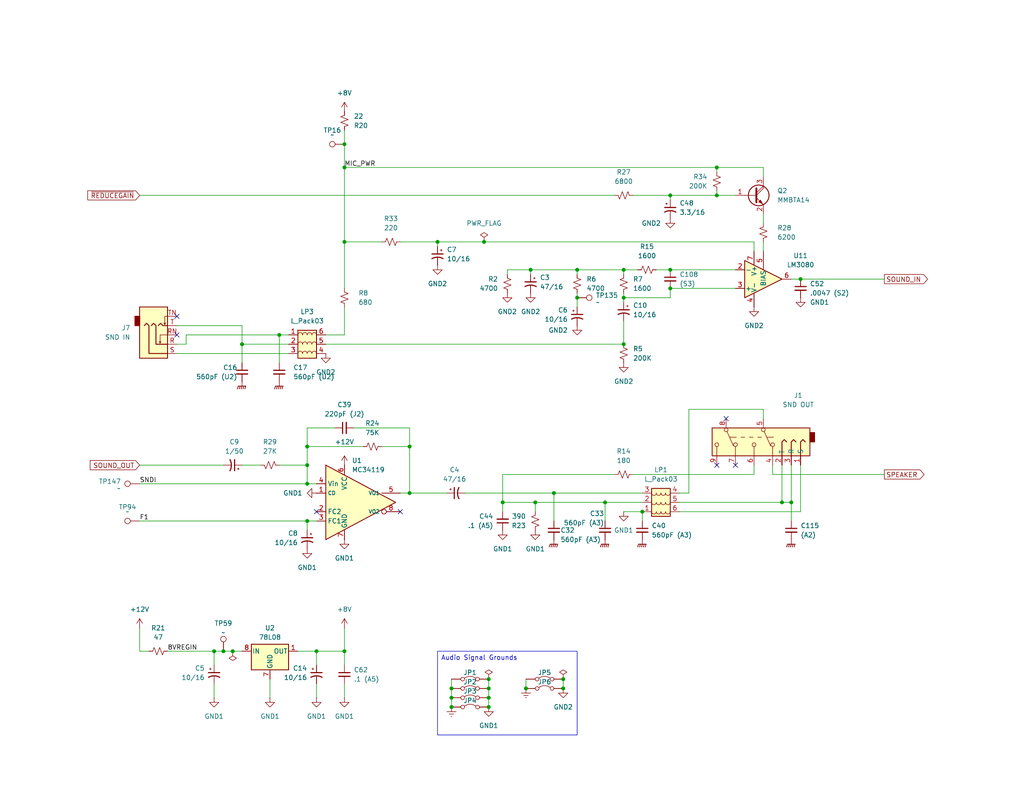
<source format=kicad_sch>
(kicad_sch (version 20250114) (generator "eeschema") (generator_version "9.0")
  (paper "USLetter")
  (title_block (title "Macintosh Classic II") (date "2025-05-29") (company "Apple Computer") (comment 1 "drawn by Bradley Bell"))
  (lib_symbols
    (symbol "Amplifier_Operational:CA3080" (pin_names (offset 0.127))
      (property "Reference" "U" (at 1.27 3.81 0))
      (property "Value" "CA3080" (at 1.27 -3.81 0))
      (symbol "CA3080_0_1"
        (polyline (pts (xy 5.08 0) (xy -5.08 -5.08) (xy -5.08 5.08) (xy 5.08 0)) (stroke (width 0.254)) (fill (type background)))
      )
      (symbol "CA3080_1_1"
        (pin input line (at -7.62 2.54 0) (length 2.54) (name "-") (number "2"))
        (pin input line (at -7.62 -2.54 0) (length 2.54) (name "+") (number "3"))
        (pin power_in line (at -2.54 7.62 270) (length 3.81) (name "V+") (number "7"))
        (pin no_connect line (at -2.54 2.54 270) (length 2.54) (hide yes) (name "NC") (number "1"))
        (pin power_in line (at -2.54 -7.62 90) (length 3.81) (name "V-") (number "4"))
        (pin passive line (at 0 7.62 270) (length 5.08) (name "BIAS") (number "5"))
        (pin no_connect line (at 0 2.54 270) (length 2.54) (hide yes) (name "NC") (number "8"))
        (pin output line (at 7.62 0 180) (length 2.54) (name "~") (number "6"))
      )
    )
    (symbol "Connector:TestPoint" (pin_numbers (hide yes)) (pin_names (offset 0.762) (hide yes))
      (property "Reference" "TP" (at 0 6.858 0))
      (property "Value" "TestPoint" (at 0 5.08 0))
      (symbol "TestPoint_0_1"
        (circle (center 0 3.302) (radius 0.762))
      )
      (symbol "TestPoint_1_1"
        (pin passive line (at 0 0 90) (length 2.54) (name "1") (number "1"))
      )
    )
    (symbol "Connector_Audio:AudioJack3_SwitchTR"
      (property "Reference" "J" (at 0 8.89 0))
      (property "Value" "AudioJack3_SwitchTR" (at 0 6.35 0))
      (symbol "AudioJack3_SwitchTR_0_1"
        (rectangle (start -5.08 -5.08) (end -6.35 -7.62) (stroke (width 0.254)) (fill (type outline)))
        (polyline (pts (xy -1.905 -5.08) (xy -1.27 -5.715) (xy -0.635 -5.08) (xy -0.635 0) (xy 2.54 0)) (stroke (width 0.254)))
        (polyline (pts (xy 0 -5.08) (xy 0.635 -5.715) (xy 1.27 -5.08) (xy 2.54 -5.08)) (stroke (width 0.254)))
        (polyline (pts (xy 0.508 -0.254) (xy 0.762 -0.762)))
        (polyline (pts (xy 1.778 -5.334) (xy 2.032 -5.842)))
        (rectangle (start 2.54 3.81) (end -5.08 -10.16) (stroke (width 0.254)) (fill (type background)))
        (polyline (pts (xy 2.54 2.54) (xy -2.54 2.54) (xy -2.54 -5.08) (xy -3.175 -5.715) (xy -3.81 -5.08)) (stroke (width 0.254)))
        (polyline (pts (xy 2.54 -2.54) (xy 0.508 -2.54) (xy 0.508 -0.254) (xy 0.254 -0.762)))
        (polyline (pts (xy 2.54 -7.62) (xy 1.778 -7.62) (xy 1.778 -5.334) (xy 1.524 -5.842)))
      )
      (symbol "AudioJack3_SwitchTR_1_1"
        (pin passive line (at 5.08 2.54 180) (length 2.54) (name "~") (number "S"))
        (pin passive line (at 5.08 0 180) (length 2.54) (name "~") (number "R"))
        (pin passive line (at 5.08 -2.54 180) (length 2.54) (name "~") (number "RN"))
        (pin passive line (at 5.08 -5.08 180) (length 2.54) (name "~") (number "T"))
        (pin passive line (at 5.08 -7.62 180) (length 2.54) (name "~") (number "TN"))
      )
    )
    (symbol "Device:C_Polarized_Small_US" (pin_numbers (hide yes)) (pin_names (offset 0.254) (hide yes))
      (property "Reference" "C" (at 0.254 1.778 0))
      (property "Value" "C_Polarized_Small_US" (at 0.254 -2.032 0))
      (symbol "C_Polarized_Small_US_0_1"
        (polyline (pts (xy -1.524 0.508) (xy 1.524 0.508)) (stroke (width 0.3048)))
        (polyline (pts (xy -1.27 1.524) (xy -0.762 1.524)))
        (polyline (pts (xy -1.016 1.27) (xy -1.016 1.778)))
        (arc (start -1.524 -0.762) (mid 0 -0.3734) (end 1.524 -0.762) (stroke (width 0.3048)))
      )
      (symbol "C_Polarized_Small_US_1_1"
        (pin passive line (at 0 2.54 270) (length 2.032) (name "~") (number "1"))
        (pin passive line (at 0 -2.54 90) (length 2.032) (name "~") (number "2"))
      )
    )
    (symbol "Device:C_Small" (pin_numbers (hide yes)) (pin_names (offset 0.254) (hide yes))
      (property "Reference" "C" (at 0.254 1.778 0))
      (property "Value" "C_Small" (at 0.254 -2.032 0))
      (symbol "C_Small_0_1"
        (polyline (pts (xy -1.524 0.508) (xy 1.524 0.508)) (stroke (width 0.3048)))
        (polyline (pts (xy -1.524 -0.508) (xy 1.524 -0.508)) (stroke (width 0.3302)))
      )
      (symbol "C_Small_1_1"
        (pin passive line (at 0 2.54 270) (length 2.032) (name "~") (number "1"))
        (pin passive line (at 0 -2.54 90) (length 2.032) (name "~") (number "2"))
      )
    )
    (symbol "Device:R_Small_US" (pin_numbers (hide yes)) (pin_names (offset 0.254) (hide yes))
      (property "Reference" "R" (at 0.762 0.508 0))
      (property "Value" "R_Small_US" (at 0.762 -1.016 0))
      (symbol "R_Small_US_1_1"
        (polyline (pts (xy 0 1.524) (xy 1.016 1.143) (xy 0 0.762) (xy -1.016 0.381) (xy 0 0)))
        (polyline (pts (xy 0 0) (xy 1.016 -0.381) (xy 0 -0.762) (xy -1.016 -1.143) (xy 0 -1.524)))
        (pin passive line (at 0 2.54 270) (length 1.016) (name "~") (number "1"))
        (pin passive line (at 0 -2.54 90) (length 1.016) (name "~") (number "2"))
      )
    )
    (symbol "Jumper:Jumper_2_Bridged" (pin_numbers (hide yes)) (pin_names (offset 0) (hide yes)) (exclude_from_sim yes)
      (property "Reference" "JP" (at 0 1.905 0))
      (property "Value" "Jumper_2_Bridged" (at 0 -2.54 0))
      (symbol "Jumper_2_Bridged_0_0"
        (circle (center -2.032 0) (radius 0.508))
        (circle (center 2.032 0) (radius 0.508))
      )
      (symbol "Jumper_2_Bridged_0_1"
        (arc (start -1.524 0.254) (mid 0 0.762) (end 1.524 0.254))
      )
      (symbol "Jumper_2_Bridged_1_1"
        (pin passive line (at -5.08 0 0) (length 2.54) (name "A") (number "1"))
        (pin passive line (at 5.08 0 180) (length 2.54) (name "B") (number "2"))
      )
    )
    (symbol "MyConnector:AudioJack3_with_DPDT"
      (property "Reference" "J" (at 0 8.89 0))
      (property "Value" "AudioJack3_with_DPDT" (at 0 6.35 0))
      (symbol "AudioJack3_with_DPDT_0_0"
        (circle (center 7.62 2.032) (radius 0.508))
        (circle (center 10.16 -2.032) (radius 0.508))
        (circle (center 17.78 2.032) (radius 0.508))
        (circle (center 20.32 -2.032) (radius 0.508))
      )
      (symbol "AudioJack3_with_DPDT_0_1"
        (rectangle (start -5.08 2.54) (end 21.59 -5.08) (stroke (width 0.254)) (fill (type background)))
        (rectangle (start -5.08 1.27) (end -6.35 -1.27) (stroke (width 0.254)) (fill (type outline)))
        (polyline (pts (xy -2.54 -7.62) (xy -2.54 -1.27) (xy -3.175 -0.635) (xy -3.81 -1.27)) (stroke (width 0.254)))
        (polyline (pts (xy 0 -7.62) (xy 0 -1.27) (xy -0.635 -0.635) (xy -1.27 -1.27)) (stroke (width 0.254)))
        (polyline (pts (xy 2.54 -7.62) (xy 2.54 -1.27) (xy 1.905 -0.635) (xy 1.27 -1.27)) (stroke (width 0.254)))
        (polyline (pts (xy 4.826 0) (xy 6.604 0)))
        (circle (center 5.08 -2.032) (radius 0.508))
        (polyline (pts (xy 5.08 -5.08) (xy 5.08 -2.54)))
        (polyline (pts (xy 7.366 1.524) (xy 5.6388 -2.3368)))
        (polyline (pts (xy 9.144 0) (xy 8.128 0)))
        (polyline (pts (xy 10.16 -5.08) (xy 10.16 -2.54)))
        (polyline (pts (xy 11.43 0) (xy 10.414 0)))
        (polyline (pts (xy 13.716 0) (xy 12.7 0)))
        (polyline (pts (xy 14.986 0) (xy 16.764 0)))
        (circle (center 15.24 -2.032) (radius 0.508))
        (polyline (pts (xy 15.24 -5.08) (xy 15.24 -2.54)))
        (polyline (pts (xy 17.526 1.524) (xy 15.7988 -2.3368)))
        (polyline (pts (xy 20.32 -5.08) (xy 20.32 -2.54)))
      )
      (symbol "AudioJack3_with_DPDT_1_1"
        (pin passive line (at -2.54 -7.62 90) (length 2.54) (name "S") (number "1"))
        (pin passive line (at 0 -7.62 90) (length 2.54) (name "R") (number "3"))
        (pin passive line (at 2.54 -7.62 90) (length 2.54) (name "T") (number "2"))
        (pin passive line (at 5.08 -7.62 90) (length 2.54) (name "~") (number "4"))
        (pin passive line (at 7.62 5.08 270) (length 2.54) (name "~") (number "5"))
        (pin passive line (at 10.16 -7.62 90) (length 2.54) (name "~") (number "6"))
        (pin passive line (at 15.24 -7.62 90) (length 2.54) (name "~") (number "7"))
        (pin passive line (at 17.78 5.08 270) (length 2.54) (name "~") (number "8"))
        (pin passive line (at 20.32 -7.62 90) (length 2.54) (name "~") (number "9"))
      )
    )
    (symbol "MyDevice:MC34119"
      (property "Reference" "U" (at -7.62 12.7 0))
      (property "Value" "MC34119" (at 5.08 12.7 0))
      (symbol "MC34119_0_1"
        (polyline (pts (xy -7.62 10.16) (xy -7.62 -10.16) (xy 11.43 0) (xy -7.62 10.16)) (stroke (width 0.254)) (fill (type background)))
      )
      (symbol "MC34119_1_1"
        (pin input line (at -10.16 5.08 0) (length 2.54) (name "Vin") (number "4"))
        (pin input line (at -10.16 2.54 0) (length 2.54) (name "CD") (number "1"))
        (pin passive line (at -10.16 -2.54 0) (length 2.54) (name "FC2") (number "2"))
        (pin input line (at -10.16 -5.08 0) (length 2.54) (name "FC1") (number "3"))
        (pin power_in line (at -2.54 10.16 270) (length 2.54) (name "VCC") (number "6"))
        (pin power_in line (at -2.54 -10.16 90) (length 2.54) (name "GND") (number "7"))
        (pin output line (at 12.7 2.54 180) (length 5.08) (name "VO1") (number "5"))
        (pin output inverted (at 12.7 -2.54 180) (length 5.08) (name "VO2") (number "8"))
      )
    )
    (symbol "MyPassives:L_Pack03"
      (property "Reference" "LN" (at -7.62 0 90))
      (property "Value" "L_Pack03" (at 5.08 0 90))
      (symbol "L_Pack03_0_1"
        (rectangle (start -6.35 2.54) (end 1.27 -2.54) (stroke (width 0.254)) (fill (type background)))
      )
      (symbol "L_Pack03_1_1"
        (arc (start -5.08 1.27) (mid -5.7123 1.905) (end -5.08 2.54))
        (arc (start -5.08 0) (mid -5.7123 0.635) (end -5.08 1.27))
        (arc (start -5.08 -1.27) (mid -5.7123 -0.635) (end -5.08 0))
        (arc (start -5.08 -2.54) (mid -5.7123 -1.905) (end -5.08 -1.27))
        (arc (start -2.54 1.27) (mid -3.1723 1.905) (end -2.54 2.54))
        (arc (start -2.54 0) (mid -3.1723 0.635) (end -2.54 1.27))
        (arc (start -2.54 -1.27) (mid -3.1723 -0.635) (end -2.54 0))
        (arc (start -2.54 -2.54) (mid -3.1723 -1.905) (end -2.54 -1.27))
        (arc (start 0 1.27) (mid -0.6323 1.905) (end 0 2.54))
        (arc (start 0 0) (mid -0.6323 0.635) (end 0 1.27))
        (arc (start 0 -1.27) (mid -0.6323 -0.635) (end 0 0))
        (arc (start 0 -2.54) (mid -0.6323 -1.905) (end 0 -1.27))
        (pin passive line (at -5.08 5.08 270) (length 2.54) (name "~") (number "6"))
        (pin passive line (at -5.08 -5.08 90) (length 2.54) (name "~") (number "1"))
        (pin passive line (at -2.54 5.08 270) (length 2.54) (name "~") (number "5"))
        (pin passive line (at -2.54 -5.08 90) (length 2.54) (name "~") (number "2"))
        (pin passive line (at 0 5.08 270) (length 2.54) (name "~") (number "4"))
        (pin passive line (at 0 -5.08 90) (length 2.54) (name "~") (number "3"))
      )
    )
    (symbol "Regulator_Linear:L78L08_SO8" (pin_names (offset 0.254))
      (property "Reference" "U" (at -3.81 3.175 0))
      (property "Value" "L78L08_SO8" (at 0 3.175 0))
      (symbol "L78L08_SO8_0_1"
        (rectangle (start -5.08 1.905) (end 5.08 -5.08) (stroke (width 0.254)) (fill (type background)))
      )
      (symbol "L78L08_SO8_1_1"
        (pin power_in line (at -7.62 0 0) (length 2.54) (name "IN") (number "8"))
        (pin no_connect line (at -5.08 -2.54 0) (length 2.54) (hide yes) (name "NC") (number "4"))
        (pin passive line (at 0 -7.62 90) (length 2.54) (hide yes) (name "GND") (number "2"))
        (pin passive line (at 0 -7.62 90) (length 2.54) (hide yes) (name "GND") (number "3"))
        (pin passive line (at 0 -7.62 90) (length 2.54) (hide yes) (name "GND") (number "6"))
        (pin power_in line (at 0 -7.62 90) (length 2.54) (name "GND") (number "7"))
        (pin no_connect line (at 5.08 -2.54 180) (length 2.54) (hide yes) (name "NC") (number "5"))
        (pin power_out line (at 7.62 0 180) (length 2.54) (name "OUT") (number "1"))
      )
    )
    (symbol "Transistor_BJT:Q_NPN_Darlington_BEC" (pin_names (offset 0) (hide yes))
      (property "Reference" "Q" (at 4.572 1.27 0))
      (property "Value" "Q_NPN_Darlington_BEC" (at 4.572 -1.27 0))
      (symbol "Q_NPN_Darlington_BEC_0_1"
        (polyline (pts (xy -2.54 0) (xy 0.635 0)))
        (polyline (pts (xy 0.635 1.905) (xy 0.635 -1.905)) (stroke (width 0.508)))
        (polyline (pts (xy 0.635 0) (xy 2.54 1.905) (xy 2.54 2.54)))
        (circle (center 1.27 0) (radius 2.8194) (stroke (width 0.254)))
      )
      (symbol "Q_NPN_Darlington_BEC_1_1"
        (polyline (pts (xy 0.635 0.635) (xy 2.54 2.54)))
        (polyline (pts (xy 0.635 -0.635) (xy 2.54 -2.54)))
        (polyline (pts (xy 1.27 -1.778) (xy 1.778 -1.27) (xy 2.286 -2.286) (xy 1.27 -1.778)) (fill (type outline)))
        (pin input line (at -5.08 0 0) (length 2.54) (name "B") (number "1"))
        (pin passive line (at 2.54 5.08 270) (length 2.54) (name "C") (number "3"))
        (pin passive line (at 2.54 -5.08 90) (length 2.54) (name "E") (number "2"))
      )
    )
    (symbol "power:+12V" (power) (pin_numbers (hide yes)) (pin_names (offset 0) (hide yes))
      (property "Value" "+12V" (at 0 3.556 0))
      (symbol "+12V_0_1"
        (polyline (pts (xy -0.762 1.27) (xy 0 2.54)))
        (polyline (pts (xy 0 2.54) (xy 0.762 1.27)))
        (polyline (pts (xy 0 0) (xy 0 2.54)))
      )
      (symbol "+12V_1_1"
        (pin power_in line (at 0 0 90) (length 0) (name "~") (number "1"))
      )
    )
    (symbol "power:+8V" (power) (pin_numbers (hide yes)) (pin_names (offset 0) (hide yes))
      (property "Value" "+8V" (at 0 3.556 0))
      (symbol "+8V_0_1"
        (polyline (pts (xy -0.762 1.27) (xy 0 2.54)))
        (polyline (pts (xy 0 2.54) (xy 0.762 1.27)))
        (polyline (pts (xy 0 0) (xy 0 2.54)))
      )
      (symbol "+8V_1_1"
        (pin power_in line (at 0 0 90) (length 0) (name "~") (number "1"))
      )
    )
    (symbol "power:GND1" (power) (pin_numbers (hide yes)) (pin_names (offset 0) (hide yes))
      (property "Value" "GND1" (at 0 -3.81 0))
      (symbol "GND1_0_1"
        (polyline (pts (xy 0 0) (xy 0 -1.27) (xy 1.27 -1.27) (xy 0 -2.54) (xy -1.27 -1.27) (xy 0 -1.27)))
      )
      (symbol "GND1_1_1"
        (pin power_in line (at 0 0 270) (length 0) (name "~") (number "1"))
      )
    )
    (symbol "power:GND2" (power) (pin_numbers (hide yes)) (pin_names (offset 0) (hide yes))
      (property "Value" "GND2" (at 0 -3.81 0))
      (symbol "GND2_0_1"
        (polyline (pts (xy 0 0) (xy 0 -1.27) (xy 1.27 -1.27) (xy 0 -2.54) (xy -1.27 -1.27) (xy 0 -1.27)))
      )
      (symbol "GND2_1_1"
        (pin power_in line (at 0 0 270) (length 0) (name "~") (number "1"))
      )
    )
    (symbol "power:GNDPWR" (power) (pin_numbers (hide yes)) (pin_names (offset 0) (hide yes))
      (property "Value" "GNDPWR" (at 0 -3.302 0))
      (symbol "GNDPWR_0_1"
        (polyline (pts (xy -1.016 -1.27) (xy -1.27 -2.032) (xy -1.27 -2.032)) (stroke (width 0.2032)))
        (polyline (pts (xy -0.508 -1.27) (xy -0.762 -2.032) (xy -0.762 -2.032)) (stroke (width 0.2032)))
        (polyline (pts (xy 0 -1.27) (xy 0 0)))
        (polyline (pts (xy 0 -1.27) (xy -0.254 -2.032) (xy -0.254 -2.032)) (stroke (width 0.2032)))
        (polyline (pts (xy 0.508 -1.27) (xy 0.254 -2.032) (xy 0.254 -2.032)) (stroke (width 0.2032)))
        (polyline (pts (xy 1.016 -1.27) (xy -1.016 -1.27) (xy -1.016 -1.27)) (stroke (width 0.2032)))
        (polyline (pts (xy 1.016 -1.27) (xy 0.762 -2.032) (xy 0.762 -2.032) (xy 0.762 -2.032)) (stroke (width 0.2032)))
      )
      (symbol "GNDPWR_1_1"
        (pin power_in line (at 0 0 270) (length 0) (name "~") (number "1"))
      )
    )
    (symbol "power:GNDREF" (power) (pin_numbers (hide yes)) (pin_names (offset 0) (hide yes))
      (property "Value" "GNDREF" (at 0 -3.81 0))
      (symbol "GNDREF_0_1"
        (polyline (pts (xy -0.635 -1.905) (xy 0.635 -1.905)))
        (polyline (pts (xy -0.127 -2.54) (xy 0.127 -2.54)))
        (polyline (pts (xy 0 -1.27) (xy 0 0)))
        (polyline (pts (xy 1.27 -1.27) (xy -1.27 -1.27)))
      )
      (symbol "GNDREF_1_1"
        (pin power_in line (at 0 0 270) (length 0) (name "~") (number "1"))
      )
    )
    (symbol "power:PWR_FLAG" (power) (pin_numbers (hide yes)) (pin_names (offset 0) (hide yes))
      (property "Value" "PWR_FLAG" (at 0 3.81 0))
      (symbol "PWR_FLAG_0_0"
        (pin power_out line (at 0 0 90) (length 0) (name "~") (number "1"))
      )
      (symbol "PWR_FLAG_0_1"
        (polyline (pts (xy 0 0) (xy 0 1.27) (xy -1.016 1.905) (xy 0 2.54) (xy 1.016 1.905) (xy 0 1.27)))
      )
    )
  )
  (text_box "Audio Signal Grounds" (at 119.38 177.8 0) (size 38.1 22.86) (margins 0.9525 0.9525 0.9525 0.9525) (effects (font (size 1.27 1.27)) (justify left top)))
  (junction (at 165.1 137.16))
  (junction (at 143.51 187.96))
  (junction (at 83.82 127))
  (junction (at 86.36 177.8))
  (junction (at 215.9 137.16))
  (junction (at 144.78 73.66))
  (junction (at 93.98 66.04))
  (junction (at 111.76 134.62))
  (junction (at 153.67 187.96))
  (junction (at 111.76 121.92))
  (junction (at 218.44 76.2))
  (junction (at 133.35 190.5))
  (junction (at 195.58 53.34))
  (junction (at 93.98 177.8))
  (junction (at 137.16 137.16))
  (junction (at 58.42 177.8))
  (junction (at 60.96 177.8))
  (junction (at 119.38 66.04))
  (junction (at 83.82 121.92))
  (junction (at 63.5 177.8))
  (junction (at 170.18 81.28))
  (junction (at 83.82 142.24))
  (junction (at 132.08 66.04))
  (junction (at 213.36 137.16))
  (junction (at 175.26 139.7))
  (junction (at 93.98 39.37))
  (junction (at 151.13 134.62))
  (junction (at 157.48 81.28))
  (junction (at 170.18 73.66))
  (junction (at 182.88 78.74))
  (junction (at 123.19 190.5))
  (junction (at 93.98 45.72))
  (junction (at 76.2 91.44))
  (junction (at 182.88 73.66))
  (junction (at 66.04 93.98))
  (junction (at 146.05 137.16))
  (junction (at 133.35 187.96))
  (junction (at 182.88 53.34))
  (junction (at 133.35 185.42))
  (junction (at 195.58 45.72))
  (junction (at 170.18 93.98))
  (junction (at 123.19 187.96))
  (junction (at 157.48 73.66))
  (junction (at 153.67 185.42))
  (junction (at 123.19 193.04))
  (junction (at 133.35 193.04))
  (junction (at 83.82 132.08))
  (no_connect (at 200.66 127))
  (no_connect (at 86.36 139.7))
  (no_connect (at 109.22 139.7))
  (no_connect (at 48.26 91.44))
  (no_connect (at 198.12 114.3))
  (no_connect (at 195.58 127))
  (no_connect (at 48.26 86.36))
  (wire (pts (xy 133.35 190.5) (xy 133.35 187.96)))
  (wire (pts (xy 66.04 93.98) (xy 66.04 88.9)))
  (wire (pts (xy 182.88 81.28) (xy 170.18 81.28)))
  (wire (pts (xy 50.8 93.98) (xy 50.8 91.44)))
  (wire (pts (xy 165.1 137.16) (xy 165.1 142.24)))
  (wire (pts (xy 93.98 177.8) (xy 93.98 181.61)))
  (wire (pts (xy 93.98 66.04) (xy 104.14 66.04)))
  (wire (pts (xy 146.05 139.7) (xy 146.05 137.16)))
  (wire (pts (xy 133.35 187.96) (xy 133.35 185.42)))
  (wire (pts (xy 38.1 127) (xy 60.96 127)))
  (wire (pts (xy 123.19 190.5) (xy 123.19 187.96)))
  (wire (pts (xy 45.72 177.8) (xy 58.42 177.8)))
  (wire (pts (xy 170.18 87.63) (xy 170.18 93.98)))
  (wire (pts (xy 195.58 45.72) (xy 195.58 46.99)))
  (wire (pts (xy 86.36 177.8) (xy 93.98 177.8)))
  (wire (pts (xy 215.9 137.16) (xy 213.36 137.16)))
  (wire (pts (xy 137.16 129.54) (xy 167.64 129.54)))
  (wire (pts (xy 86.36 177.8) (xy 81.28 177.8)))
  (wire (pts (xy 157.48 83.82) (xy 157.48 81.28)))
  (wire (pts (xy 173.99 73.66) (xy 170.18 73.66)))
  (wire (pts (xy 58.42 190.5) (xy 58.42 186.69)))
  (wire (pts (xy 170.18 74.93) (xy 170.18 73.66)))
  (wire (pts (xy 86.36 142.24) (xy 83.82 142.24)))
  (wire (pts (xy 83.82 121.92) (xy 99.06 121.92)))
  (wire (pts (xy 111.76 121.92) (xy 111.76 134.62)))
  (wire (pts (xy 182.88 73.66) (xy 200.66 73.66)))
  (wire (pts (xy 93.98 35.56) (xy 93.98 39.37)))
  (wire (pts (xy 119.38 66.04) (xy 132.08 66.04)))
  (wire (pts (xy 205.74 66.04) (xy 205.74 68.58)))
  (wire (pts (xy 88.9 93.98) (xy 170.18 93.98)))
  (wire (pts (xy 215.9 137.16) (xy 215.9 127)))
  (wire (pts (xy 157.48 73.66) (xy 170.18 73.66)))
  (wire (pts (xy 195.58 52.07) (xy 195.58 53.34)))
  (wire (pts (xy 175.26 137.16) (xy 165.1 137.16)))
  (wire (pts (xy 121.92 134.62) (xy 111.76 134.62)))
  (wire (pts (xy 93.98 39.37) (xy 93.98 45.72)))
  (wire (pts (xy 208.28 66.04) (xy 208.28 68.58)))
  (wire (pts (xy 208.28 48.26) (xy 208.28 45.72)))
  (wire (pts (xy 175.26 142.24) (xy 175.26 139.7)))
  (wire (pts (xy 38.1 132.08) (xy 83.82 132.08)))
  (wire (pts (xy 153.67 187.96) (xy 153.67 185.42)))
  (wire (pts (xy 218.44 139.7) (xy 218.44 127)))
  (wire (pts (xy 93.98 91.44) (xy 88.9 91.44)))
  (wire (pts (xy 93.98 45.72) (xy 195.58 45.72)))
  (wire (pts (xy 137.16 137.16) (xy 146.05 137.16)))
  (wire (pts (xy 143.51 187.96) (xy 143.51 185.42)))
  (wire (pts (xy 78.74 93.98) (xy 66.04 93.98)))
  (wire (pts (xy 48.26 93.98) (xy 50.8 93.98)))
  (wire (pts (xy 205.74 129.54) (xy 205.74 127)))
  (wire (pts (xy 137.16 139.7) (xy 137.16 137.16)))
  (wire (pts (xy 185.42 137.16) (xy 213.36 137.16)))
  (wire (pts (xy 144.78 73.66) (xy 157.48 73.66)))
  (wire (pts (xy 218.44 76.2) (xy 241.3 76.2)))
  (wire (pts (xy 123.19 187.96) (xy 123.19 185.42)))
  (wire (pts (xy 38.1 53.34) (xy 167.64 53.34)))
  (wire (pts (xy 138.43 74.93) (xy 138.43 73.66)))
  (wire (pts (xy 182.88 54.61) (xy 182.88 53.34)))
  (wire (pts (xy 63.5 177.8) (xy 66.04 177.8)))
  (wire (pts (xy 151.13 134.62) (xy 175.26 134.62)))
  (wire (pts (xy 187.96 111.76) (xy 187.96 134.62)))
  (wire (pts (xy 195.58 53.34) (xy 182.88 53.34)))
  (wire (pts (xy 86.36 186.69) (xy 86.36 190.5)))
  (wire (pts (xy 66.04 88.9) (xy 48.26 88.9)))
  (wire (pts (xy 119.38 67.31) (xy 119.38 66.04)))
  (wire (pts (xy 76.2 91.44) (xy 78.74 91.44)))
  (wire (pts (xy 210.82 127) (xy 210.82 129.54)))
  (wire (pts (xy 157.48 81.28) (xy 157.48 80.01)))
  (wire (pts (xy 38.1 177.8) (xy 40.64 177.8)))
  (wire (pts (xy 127 134.62) (xy 151.13 134.62)))
  (wire (pts (xy 215.9 142.24) (xy 215.9 137.16)))
  (wire (pts (xy 157.48 73.66) (xy 157.48 74.93)))
  (wire (pts (xy 187.96 111.76) (xy 208.28 111.76)))
  (wire (pts (xy 83.82 142.24) (xy 83.82 144.78)))
  (wire (pts (xy 208.28 114.3) (xy 208.28 111.76)))
  (wire (pts (xy 132.08 66.04) (xy 205.74 66.04)))
  (wire (pts (xy 210.82 129.54) (xy 241.3 129.54)))
  (wire (pts (xy 123.19 193.04) (xy 123.19 190.5)))
  (wire (pts (xy 93.98 66.04) (xy 93.98 78.74)))
  (wire (pts (xy 170.18 82.55) (xy 170.18 81.28)))
  (wire (pts (xy 83.82 116.84) (xy 83.82 121.92)))
  (wire (pts (xy 185.42 139.7) (xy 218.44 139.7)))
  (wire (pts (xy 213.36 127) (xy 213.36 137.16)))
  (wire (pts (xy 144.78 73.66) (xy 144.78 74.93)))
  (wire (pts (xy 111.76 116.84) (xy 111.76 121.92)))
  (wire (pts (xy 83.82 132.08) (xy 86.36 132.08)))
  (wire (pts (xy 138.43 73.66) (xy 144.78 73.66)))
  (wire (pts (xy 58.42 177.8) (xy 60.96 177.8)))
  (wire (pts (xy 58.42 181.61) (xy 58.42 177.8)))
  (wire (pts (xy 200.66 78.74) (xy 182.88 78.74)))
  (wire (pts (xy 109.22 66.04) (xy 119.38 66.04)))
  (wire (pts (xy 66.04 93.98) (xy 66.04 99.06)))
  (wire (pts (xy 215.9 76.2) (xy 218.44 76.2)))
  (wire (pts (xy 86.36 181.61) (xy 86.36 177.8)))
  (wire (pts (xy 133.35 193.04) (xy 133.35 190.5)))
  (wire (pts (xy 208.28 58.42) (xy 208.28 60.96)))
  (wire (pts (xy 48.26 96.52) (xy 78.74 96.52)))
  (wire (pts (xy 146.05 137.16) (xy 165.1 137.16)))
  (wire (pts (xy 96.52 116.84) (xy 111.76 116.84)))
  (wire (pts (xy 73.66 190.5) (xy 73.66 185.42)))
  (wire (pts (xy 179.07 73.66) (xy 182.88 73.66)))
  (wire (pts (xy 172.72 53.34) (xy 182.88 53.34)))
  (wire (pts (xy 38.1 142.24) (xy 83.82 142.24)))
  (wire (pts (xy 50.8 91.44) (xy 76.2 91.44)))
  (wire (pts (xy 83.82 121.92) (xy 83.82 127)))
  (wire (pts (xy 172.72 129.54) (xy 205.74 129.54)))
  (wire (pts (xy 104.14 121.92) (xy 111.76 121.92)))
  (wire (pts (xy 170.18 81.28) (xy 170.18 80.01)))
  (wire (pts (xy 170.18 139.7) (xy 175.26 139.7)))
  (wire (pts (xy 195.58 45.72) (xy 208.28 45.72)))
  (wire (pts (xy 93.98 186.69) (xy 93.98 190.5)))
  (wire (pts (xy 137.16 129.54) (xy 137.16 137.16)))
  (wire (pts (xy 151.13 134.62) (xy 151.13 142.24)))
  (wire (pts (xy 185.42 134.62) (xy 187.96 134.62)))
  (wire (pts (xy 76.2 127) (xy 83.82 127)))
  (wire (pts (xy 93.98 171.45) (xy 93.98 177.8)))
  (wire (pts (xy 83.82 127) (xy 83.82 132.08)))
  (wire (pts (xy 60.96 177.8) (xy 63.5 177.8)))
  (wire (pts (xy 93.98 66.04) (xy 93.98 45.72)))
  (wire (pts (xy 195.58 53.34) (xy 200.66 53.34)))
  (wire (pts (xy 182.88 81.28) (xy 182.88 78.74)))
  (wire (pts (xy 38.1 171.45) (xy 38.1 177.8)))
  (wire (pts (xy 66.04 127) (xy 71.12 127)))
  (wire (pts (xy 76.2 91.44) (xy 76.2 99.06)))
  (wire (pts (xy 91.44 116.84) (xy 83.82 116.84)))
  (wire (pts (xy 111.76 134.62) (xy 109.22 134.62)))
  (wire (pts (xy 93.98 83.82) (xy 93.98 91.44)))
  (label "MIC_PWR" (at 93.98 45.72 0))
  (label "F1" (at 38.1 142.24 0))
  (label "SNDI" (at 38.1 132.08 0))
  (label "8VREGIN" (at 45.72 177.8 0))
  (global_label "SOUND_IN" (shape output) (at 241.3 76.2 0) (property "Intersheetrefs" "${INTERSHEET_REFS}" (at 253.6591 76.2 0) (effects (justify left))))
  (global_label "SOUND_OUT" (shape input) (at 38.1 127 180) (property "Intersheetrefs" "${INTERSHEET_REFS}" (at 24.0476 127 0) (effects (justify right))))
  (global_label "~{REDUCEGAIN}" (shape input) (at 38.1 53.34 180) (property "Intersheetrefs" "${INTERSHEET_REFS}" (at 23.3824 53.34 0) (effects (justify right))))
  (global_label "SPEAKER" (shape output) (at 241.3 129.54 0) (property "Intersheetrefs" "${INTERSHEET_REFS}" (at 252.6913 129.54 0) (effects (justify left))))
  (symbol (lib_id "power:GND1") (at 86.36 134.62 270) (mirror x) (unit 1)
    (property "Reference" "#PWR0260" (effects (hide yes)))
    (property "Value" "GND1" (at 82.55 134.6199 90) (effects (justify right)))
    (property "Description" "Power symbol creates a global label with name \"GND1\" , ground" (effects (hide yes)))
  )
  (symbol (lib_id "Connector_Audio:AudioJack3_SwitchTR") (at 43.18 93.98 0) (mirror x) (unit 1)
    (property "Reference" "J7" (at 35.56 89.5349 0) (effects (justify right)))
    (property "Value" "SND IN" (at 35.56 92.0749 0) (effects (justify right)))
    (property "Footprint" "Connector_Audio:Jack_3.5mm_CUI_SJ1-3535NG_Horizontal" (effects (hide yes)))
    (property "Description" "Audio Jack, 3 Poles (Stereo / TRS), Switched TR Poles (Normalling)" (effects (hide yes)))
  )
  (symbol (lib_id "power:GND1") (at 218.44 81.28 0) (mirror y) (unit 1)
    (property "Reference" "#PWR0192" (effects (hide yes)))
    (property "Value" "GND1" (at 220.98 82.5499 0) (effects (justify right)))
    (property "Description" "Power symbol creates a global label with name \"GND1\" , ground" (effects (hide yes)))
  )
  (symbol (lib_id "power:PWR_FLAG") (at 132.08 66.04 0) (unit 1)
    (property "Reference" "#FLG018" (effects (hide yes)))
    (property "Value" "PWR_FLAG" (at 132.08 60.96 0))
    (property "Description" "Special symbol for telling ERC where power comes from" (effects (hide yes)))
  )
  (symbol (lib_id "Device:R_Small_US") (at 106.68 66.04 270) (unit 1)
    (property "Reference" "R33" (at 106.68 59.69 90))
    (property "Value" "220" (at 106.68 62.23 90))
    (property "Footprint" "MyPackage:SMD_0805_2012Metric_Pad1.25x1.65mm" (effects (hide yes)))
    (property "Description" "Resistor, small US symbol" (effects (hide yes)))
  )
  (symbol (lib_id "Jumper:Jumper_2_Bridged") (at 128.27 185.42 0) (mirror y) (unit 1)
    (property "Reference" "JP1" (at 128.27 183.642 0))
    (property "Value" "Jumper_2_Bridged" (effects (hide yes)))
    (property "Footprint" "MyPackage:Bridge" (effects (hide yes)))
    (property "Description" "Jumper, 2-pole, closed/bridged" (effects (hide yes)))
  )
  (symbol (lib_id "Device:R_Small_US") (at 208.28 63.5 0) (mirror y) (unit 1)
    (property "Reference" "R28" (at 212.09 62.2299 0) (effects (justify right)))
    (property "Value" "6200" (at 212.09 64.7699 0) (effects (justify right)))
    (property "Footprint" "MyPackage:SMD_0805_2012Metric_Pad1.25x1.65mm" (effects (hide yes)))
    (property "Description" "Resistor, small US symbol" (effects (hide yes)))
  )
  (symbol (lib_id "Device:C_Polarized_Small_US") (at 83.82 147.32 0) (mirror y) (unit 1)
    (property "Reference" "C8" (at 81.28 145.6181 0) (effects (justify left)))
    (property "Value" "10/16" (at 81.28 148.1581 0) (effects (justify left)))
    (property "Footprint" "MyPackage:CP_Elec_4x5.8" (effects (hide yes)))
    (property "Description" "Polarized capacitor, small US symbol" (effects (hide yes)))
  )
  (symbol (lib_id "Jumper:Jumper_2_Bridged") (at 128.27 193.04 0) (mirror y) (unit 1)
    (property "Reference" "JP4" (at 128.27 191.262 0))
    (property "Value" "Jumper_2_Bridged" (effects (hide yes)))
    (property "Footprint" "MyPackage:Bridge" (effects (hide yes)))
    (property "Description" "Jumper, 2-pole, closed/bridged" (effects (hide yes)))
  )
  (symbol (lib_id "power:PWR_FLAG") (at 153.67 185.42 0) (unit 1)
    (property "Reference" "#FLG020" (effects (hide yes)))
    (property "Value" "PWR_FLAG" (effects (hide yes)))
    (property "Description" "Special symbol for telling ERC where power comes from" (effects (hide yes)))
  )
  (symbol (lib_id "power:GND2") (at 153.67 187.96 0) (mirror y) (unit 1)
    (property "Reference" "#PWR0112" (effects (hide yes)))
    (property "Value" "GND2" (at 153.67 193.04 0))
    (property "Description" "Power symbol creates a global label with name \"GND2\" , ground" (effects (hide yes)))
  )
  (symbol (lib_id "power:GND2") (at 119.38 72.39 0) (unit 1)
    (property "Reference" "#PWR0303" (effects (hide yes)))
    (property "Value" "GND2" (at 119.38 77.47 0))
    (property "Description" "Power symbol creates a global label with name \"GND2\" , ground" (effects (hide yes)))
  )
  (symbol (lib_id "Device:C_Polarized_Small_US") (at 86.36 184.15 0) (unit 1)
    (property "Reference" "C14" (at 83.82 182.4481 0) (effects (justify right)))
    (property "Value" "10/16" (at 83.82 184.9881 0) (effects (justify right)))
    (property "Footprint" "MyPackage:CP_Elec_4x5.8" (effects (hide yes)))
    (property "Description" "Polarized capacitor, small US symbol" (effects (hide yes)))
  )
  (symbol (lib_id "Device:C_Small") (at 175.26 144.78 0) (mirror y) (unit 1)
    (property "Reference" "C40" (at 177.8 143.5162 0) (effects (justify right)))
    (property "Value" "560pF (A3)" (at 177.8 146.0562 0) (effects (justify right)))
    (property "Footprint" "MyPackage:SMD_0603_1608Metric_Pad1.52x1.02mm" (effects (hide yes)))
    (property "Description" "Unpolarized capacitor, small symbol" (effects (hide yes)))
  )
  (symbol (lib_id "Jumper:Jumper_2_Bridged") (at 128.27 190.5 0) (mirror y) (unit 1)
    (property "Reference" "JP3" (at 128.27 188.722 0))
    (property "Value" "Jumper_2_Bridged" (effects (hide yes)))
    (property "Footprint" "MyPackage:Bridge" (effects (hide yes)))
    (property "Description" "Jumper, 2-pole, closed/bridged" (effects (hide yes)))
  )
  (symbol (lib_id "Device:R_Small_US") (at 146.05 142.24 0) (mirror y) (unit 1)
    (property "Reference" "R23" (at 143.51 143.5101 0) (effects (justify left)))
    (property "Value" "390" (at 143.51 140.9701 0) (effects (justify left)))
    (property "Footprint" "MyPackage:SMD_0805_2012Metric_Pad1.25x1.65mm" (effects (hide yes)))
    (property "Description" "Resistor, small US symbol" (effects (hide yes)))
  )
  (symbol (lib_id "Device:C_Polarized_Small_US") (at 182.88 57.15 0) (unit 1)
    (property "Reference" "C48" (at 185.42 55.4481 0) (effects (justify left)))
    (property "Value" "3.3/16" (at 185.42 57.9881 0) (effects (justify left)))
    (property "Footprint" "MyPackage:CP_EIA-3528-21_Kemet-B_Pad3.0x2.35mm_HandSolder" (effects (hide yes)))
    (property "Description" "Polarized capacitor, small US symbol" (effects (hide yes)))
  )
  (symbol (lib_id "power:GNDPWR") (at 76.2 104.14 0) (unit 1)
    (property "Reference" "#PWR069" (effects (hide yes)))
    (property "Value" "GNDPWR" (effects (hide yes)))
    (property "Description" "Power symbol creates a global label with name \"GNDPWR\" , global ground" (effects (hide yes)))
  )
  (symbol (lib_id "Device:R_Small_US") (at 170.18 53.34 90) (mirror x) (unit 1)
    (property "Reference" "R27" (at 170.18 46.99 90))
    (property "Value" "6800" (at 170.18 49.53 90))
    (property "Footprint" "MyPackage:SMD_0805_2012Metric_Pad1.25x1.65mm" (effects (hide yes)))
    (property "Description" "Resistor, small US symbol" (effects (hide yes)))
  )
  (symbol (lib_id "Connector:TestPoint") (at 60.96 177.8 0) (unit 1)
    (property "Reference" "TP59" (at 60.96 170.18 0))
    (property "Value" "~" (at 60.96 172.72 0))
    (property "Footprint" "MyPackage:TestPoint_THTPad_D1.0mm_Drill0.5mm" (effects (hide yes)))
    (property "Description" "test point" (effects (hide yes)))
  )
  (symbol (lib_id "power:GNDREF") (at 143.51 187.96 0) (unit 1)
    (property "Reference" "#PWR0206" (effects (hide yes)))
    (property "Value" "GND" (effects (hide yes)))
    (property "Description" "Power symbol creates a global label with name \"GNDREF\" , reference supply ground" (effects (hide yes)))
  )
  (symbol (lib_id "Device:C_Small") (at 66.04 101.6 0) (mirror y) (unit 1)
    (property "Reference" "C16" (at 64.77 100.3362 0) (effects (justify left)))
    (property "Value" "560pF (U2)" (at 64.77 102.8762 0) (effects (justify left)))
    (property "Footprint" "MyPackage:SMD_0603_1608Metric_Pad1.52x1.02mm" (effects (hide yes)))
    (property "Description" "Unpolarized capacitor, small symbol" (effects (hide yes)))
  )
  (symbol (lib_id "Device:R_Small_US") (at 170.18 129.54 90) (unit 1)
    (property "Reference" "R14" (at 170.18 123.19 90))
    (property "Value" "180" (at 170.18 125.73 90))
    (property "Footprint" "MyPackage:SMD_0805_2012Metric_Pad1.25x1.65mm" (effects (hide yes)))
    (property "Description" "Resistor, small US symbol" (effects (hide yes)))
  )
  (symbol (lib_id "Device:C_Polarized_Small_US") (at 144.78 77.47 0) (mirror y) (unit 1)
    (property "Reference" "C3" (at 147.32 75.7681 0) (effects (justify right)))
    (property "Value" "47/16" (at 147.32 78.3081 0) (effects (justify right)))
    (property "Footprint" "MyPackage:CP_Elec_6.3x5.4" (effects (hide yes)))
    (property "Description" "Polarized capacitor, small US symbol" (effects (hide yes)))
  )
  (symbol (lib_id "power:GND1") (at 58.42 190.5 0) (mirror y) (unit 1)
    (property "Reference" "#PWR0257" (effects (hide yes)))
    (property "Value" "GND1" (at 58.42 195.58 0))
    (property "Description" "Power symbol creates a global label with name \"GND1\" , ground" (effects (hide yes)))
  )
  (symbol (lib_id "power:GNDPWR") (at 175.26 147.32 0) (unit 1)
    (property "Reference" "#PWR076" (effects (hide yes)))
    (property "Value" "GNDPWR" (effects (hide yes)))
    (property "Description" "Power symbol creates a global label with name \"GNDPWR\" , global ground" (effects (hide yes)))
  )
  (symbol (lib_id "power:GND1") (at 83.82 149.86 0) (mirror y) (unit 1)
    (property "Reference" "#PWR0224" (effects (hide yes)))
    (property "Value" "GND1" (at 83.82 154.94 0))
    (property "Description" "Power symbol creates a global label with name \"GND1\" , ground" (effects (hide yes)))
  )
  (symbol (lib_id "Connector:TestPoint") (at 93.98 39.37 90) (unit 1)
    (property "Reference" "TP16" (at 90.678 35.56 90))
    (property "Value" "~" (at 90.678 36.83 90))
    (property "Footprint" "MyPackage:TestPoint_THTPad_D1.0mm_Drill0.5mm" (effects (hide yes)))
    (property "Description" "test point" (effects (hide yes)))
  )
  (symbol (lib_id "Device:R_Small_US") (at 93.98 81.28 180) (unit 1)
    (property "Reference" "R8" (at 97.79 80.0099 0) (effects (justify right)))
    (property "Value" "680" (at 97.79 82.5499 0) (effects (justify right)))
    (property "Footprint" "MyPackage:SMD_0805_2012Metric_Pad1.25x1.65mm" (effects (hide yes)))
    (property "Description" "Resistor, small US symbol" (effects (hide yes)))
  )
  (symbol (lib_id "Device:C_Polarized_Small_US") (at 124.46 134.62 90) (mirror x) (unit 1)
    (property "Reference" "C4" (at 124.0282 128.27 90))
    (property "Value" "47/16" (at 124.0282 130.81 90))
    (property "Footprint" "MyPackage:CP_Elec_6.3x5.4" (effects (hide yes)))
    (property "Description" "Polarized capacitor, small US symbol" (effects (hide yes)))
  )
  (symbol (lib_id "Device:R_Small_US") (at 73.66 127 270) (mirror x) (unit 1)
    (property "Reference" "R29" (at 73.66 120.65 90))
    (property "Value" "27K" (at 73.66 123.19 90))
    (property "Footprint" "MyPackage:SMD_0805_2012Metric_Pad1.25x1.65mm" (effects (hide yes)))
    (property "Description" "Resistor, small US symbol" (effects (hide yes)))
  )
  (symbol (lib_id "power:+12V") (at 93.98 127 0) (unit 1)
    (property "Reference" "#PWR016" (effects (hide yes)))
    (property "Value" "+12V" (at 93.98 120.65 0))
    (property "Description" "Power symbol creates a global label with name \"+12V\"" (effects (hide yes)))
  )
  (symbol (lib_id "power:GND2") (at 157.48 88.9 0) (unit 1)
    (property "Reference" "#PWR0306" (effects (hide yes)))
    (property "Value" "GND2" (at 154.94 90.1699 0) (effects (justify right)))
    (property "Description" "Power symbol creates a global label with name \"GND2\" , ground" (effects (hide yes)))
  )
  (symbol (lib_id "power:GND2") (at 170.18 99.06 0) (unit 1)
    (property "Reference" "#PWR0307" (effects (hide yes)))
    (property "Value" "GND2" (at 170.18 104.14 0))
    (property "Description" "Power symbol creates a global label with name \"GND2\" , ground" (effects (hide yes)))
  )
  (symbol (lib_id "power:GND2") (at 138.43 80.01 0) (unit 1)
    (property "Reference" "#PWR0305" (effects (hide yes)))
    (property "Value" "GND2" (at 138.43 85.09 0))
    (property "Description" "Power symbol creates a global label with name \"GND2\" , ground" (effects (hide yes)))
  )
  (symbol (lib_id "Device:R_Small_US") (at 176.53 73.66 90) (unit 1)
    (property "Reference" "R15" (at 176.53 67.31 90))
    (property "Value" "1600" (at 176.53 69.85 90))
    (property "Footprint" "MyPackage:SMD_0805_2012Metric_Pad1.25x1.65mm" (effects (hide yes)))
    (property "Description" "Resistor, small US symbol" (effects (hide yes)))
  )
  (symbol (lib_id "power:GND1") (at 93.98 190.5 0) (mirror y) (unit 1)
    (property "Reference" "#PWR0157" (effects (hide yes)))
    (property "Value" "GND1" (at 93.98 195.58 0))
    (property "Description" "Power symbol creates a global label with name \"GND1\" , ground" (effects (hide yes)))
  )
  (symbol (lib_id "Jumper:Jumper_2_Bridged") (at 148.59 187.96 0) (mirror y) (unit 1)
    (property "Reference" "JP6" (at 148.59 186.182 0))
    (property "Value" "Jumper_2_Bridged" (effects (hide yes)))
    (property "Footprint" "MyPackage:Bridge" (effects (hide yes)))
    (property "Description" "Jumper, 2-pole, closed/bridged" (effects (hide yes)))
  )
  (symbol (lib_id "power:PWR_FLAG") (at 63.5 177.8 180) (unit 1)
    (property "Reference" "#FLG014" (effects (hide yes)))
    (property "Value" "PWR_FLAG" (effects (hide yes)))
    (property "Description" "Special symbol for telling ERC where power comes from" (effects (hide yes)))
  )
  (symbol (lib_id "MyPassives:L_Pack03") (at 83.82 96.52 270) (unit 1)
    (property "Reference" "LP3" (at 83.82 85.09 90))
    (property "Value" "L_Pack03" (at 83.82 87.63 90))
    (property "Footprint" "MyPackage:L_Pack03_P2.54mm" (effects (hide yes)))
    (property "Description" "4 inductor network, parallel topology" (effects (hide yes)))
  )
  (symbol (lib_id "Amplifier_Operational:CA3080") (at 208.28 76.2 0) (unit 1)
    (property "Reference" "U11" (at 218.44 69.7798 0))
    (property "Value" "LM3080" (at 218.44 72.3198 0))
    (property "Footprint" "MyPackage:SOIC-8_3.9x4.9mm_P1.27mm_oval" (effects (hide yes)))
    (property "Datasheet" "http://www.intersil.com/content/dam/Intersil/documents/ca30/ca3080-a.pdf" (effects (hide yes)))
    (property "Description" "2MHz, Operational Transconductance Amplifier (OTA), gM spread 2:1, DIP-8/SOIC-8" (effects (hide yes)))
  )
  (symbol (lib_id "Device:C_Polarized_Small_US") (at 119.38 69.85 0) (mirror y) (unit 1)
    (property "Reference" "C7" (at 121.92 68.1481 0) (effects (justify right)))
    (property "Value" "10/16" (at 121.92 70.6881 0) (effects (justify right)))
    (property "Footprint" "MyPackage:CP_Elec_4x5.8" (effects (hide yes)))
    (property "Description" "Polarized capacitor, small US symbol" (effects (hide yes)))
  )
  (symbol (lib_id "Device:R_Small_US") (at 93.98 33.02 0) (mirror y) (unit 1)
    (property "Reference" "R20" (at 96.52 34.2901 0) (effects (justify right)))
    (property "Value" "22" (at 96.52 31.7501 0) (effects (justify right)))
    (property "Footprint" "MyPackage:SMD_0805_2012Metric_Pad1.25x1.65mm" (effects (hide yes)))
    (property "Description" "Resistor, small US symbol" (effects (hide yes)))
  )
  (symbol (lib_id "power:GND2") (at 144.78 80.01 0) (unit 1)
    (property "Reference" "#PWR0304" (effects (hide yes)))
    (property "Value" "GND2" (at 144.78 85.09 0))
    (property "Description" "Power symbol creates a global label with name \"GND2\" , ground" (effects (hide yes)))
  )
  (symbol (lib_id "Device:R_Small_US") (at 195.58 49.53 180) (unit 1)
    (property "Reference" "R34" (at 193.04 48.2599 0) (effects (justify left)))
    (property "Value" "200K" (at 193.04 50.7999 0) (effects (justify left)))
    (property "Footprint" "MyPackage:SMD_0805_2012Metric_Pad1.25x1.65mm" (effects (hide yes)))
    (property "Description" "Resistor, small US symbol" (effects (hide yes)))
  )
  (symbol (lib_id "power:+12V") (at 38.1 171.45 0) (mirror y) (unit 1)
    (property "Reference" "#PWR010" (effects (hide yes)))
    (property "Value" "+12V" (at 38.1 166.37 0))
    (property "Description" "Power symbol creates a global label with name \"+12V\"" (effects (hide yes)))
  )
  (symbol (lib_id "power:GND1") (at 86.36 190.5 0) (mirror y) (unit 1)
    (property "Reference" "#PWR0188" (effects (hide yes)))
    (property "Value" "GND1" (at 86.36 195.58 0))
    (property "Description" "Power symbol creates a global label with name \"GND1\" , ground" (effects (hide yes)))
  )
  (symbol (lib_id "Connector:TestPoint") (at 38.1 142.24 90) (mirror x) (unit 1)
    (property "Reference" "TP94" (at 34.798 138.43 90))
    (property "Value" "~" (at 34.798 139.7 90))
    (property "Footprint" "MyPackage:TestPoint_Pad_D1.0mm" (effects (hide yes)))
    (property "Description" "test point" (effects (hide yes)))
  )
  (symbol (lib_id "Device:R_Small_US") (at 170.18 96.52 0) (unit 1)
    (property "Reference" "R5" (at 172.72 95.2499 0) (effects (justify left)))
    (property "Value" "200K" (at 172.72 97.7899 0) (effects (justify left)))
    (property "Footprint" "MyPackage:SMD_0805_2012Metric_Pad1.25x1.65mm" (effects (hide yes)))
    (property "Description" "Resistor, small US symbol" (effects (hide yes)))
  )
  (symbol (lib_id "power:GND1") (at 137.16 144.78 0) (mirror y) (unit 1)
    (property "Reference" "#PWR0239" (effects (hide yes)))
    (property "Value" "GND1" (at 137.16 149.86 0))
    (property "Description" "Power symbol creates a global label with name \"GND1\" , ground" (effects (hide yes)))
  )
  (symbol (lib_id "power:+8V") (at 93.98 30.48 0) (unit 1)
    (property "Reference" "#PWR0243" (effects (hide yes)))
    (property "Value" "+8V" (at 93.98 25.4 0))
    (property "Description" "Power symbol creates a global label with name \"+8V\"" (effects (hide yes)))
  )
  (symbol (lib_id "power:GND2") (at 88.9 96.52 0) (unit 1)
    (property "Reference" "#PWR0207" (effects (hide yes)))
    (property "Value" "GND2" (at 88.9 101.6 0))
    (property "Description" "Power symbol creates a global label with name \"GND2\" , ground" (effects (hide yes)))
  )
  (symbol (lib_id "Regulator_Linear:L78L08_SO8") (at 73.66 177.8 0) (unit 1)
    (property "Reference" "U2" (at 73.66 171.45 0))
    (property "Value" "78L08" (at 73.66 173.99 0))
    (property "Footprint" "MyPackage:SOIC-8_3.9x4.9mm_P1.27mm_oval" (effects (hide yes)))
    (property "Datasheet" "http://www.st.com/content/ccc/resource/technical/document/datasheet/15/55/e5/aa/23/5b/43/fd/CD00000446.pdf/files/CD00000446.pdf/jcr:content/translations/en.CD00000446.pdf" (effects (hide yes)))
    (property "Description" "Positive 100mA 30V Linear Regulator, Fixed Output 8V, SO-8" (effects (hide yes)))
  )
  (symbol (lib_id "Device:C_Small") (at 218.44 78.74 0) (unit 1)
    (property "Reference" "C52" (at 220.98 77.4762 0) (effects (justify left)))
    (property "Value" ".0047 (S2)" (at 220.98 80.0162 0) (effects (justify left)))
    (property "Footprint" "MyPackage:SMD_0603_1608Metric_Pad1.52x1.02mm" (effects (hide yes)))
    (property "Description" "Unpolarized capacitor, small symbol" (effects (hide yes)))
  )
  (symbol (lib_id "Device:C_Polarized_Small_US") (at 170.18 85.09 0) (mirror y) (unit 1)
    (property "Reference" "C10" (at 172.72 83.3881 0) (effects (justify right)))
    (property "Value" "10/16" (at 172.72 85.9281 0) (effects (justify right)))
    (property "Footprint" "MyPackage:CP_Elec_4x5.8" (effects (hide yes)))
    (property "Description" "Polarized capacitor, small US symbol" (effects (hide yes)))
  )
  (symbol (lib_id "power:GND2") (at 182.88 59.69 0) (unit 1)
    (property "Reference" "#PWR0308" (effects (hide yes)))
    (property "Value" "GND2" (at 180.34 60.9599 0) (effects (justify right)))
    (property "Description" "Power symbol creates a global label with name \"GND2\" , ground" (effects (hide yes)))
  )
  (symbol (lib_id "power:+8V") (at 93.98 171.45 0) (unit 1)
    (property "Reference" "#PWR017" (effects (hide yes)))
    (property "Value" "+8V" (at 93.98 166.37 0))
    (property "Description" "Power symbol creates a global label with name \"+8V\"" (effects (hide yes)))
  )
  (symbol (lib_id "Device:R_Small_US") (at 170.18 77.47 0) (mirror y) (unit 1)
    (property "Reference" "R7" (at 172.72 76.1999 0) (effects (justify right)))
    (property "Value" "1600" (at 172.72 78.7399 0) (effects (justify right)))
    (property "Footprint" "MyPackage:SMD_0805_2012Metric_Pad1.25x1.65mm" (effects (hide yes)))
    (property "Description" "Resistor, small US symbol" (effects (hide yes)))
  )
  (symbol (lib_id "power:GNDPWR") (at 165.1 147.32 0) (unit 1)
    (property "Reference" "#PWR075" (effects (hide yes)))
    (property "Value" "GNDPWR" (effects (hide yes)))
    (property "Description" "Power symbol creates a global label with name \"GNDPWR\" , global ground" (effects (hide yes)))
  )
  (symbol (lib_id "Device:R_Small_US") (at 138.43 77.47 180) (unit 1)
    (property "Reference" "R2" (at 135.89 76.1999 0) (effects (justify left)))
    (property "Value" "4700" (at 135.89 78.7399 0) (effects (justify left)))
    (property "Footprint" "MyPackage:SMD_0805_2012Metric_Pad1.25x1.65mm" (effects (hide yes)))
    (property "Description" "Resistor, small US symbol" (effects (hide yes)))
  )
  (symbol (lib_id "Connector:TestPoint") (at 38.1 132.08 90) (mirror x) (unit 1)
    (property "Reference" "TP147" (at 33.02 131.4449 90) (effects (justify left)))
    (property "Value" "~" (at 33.02 133.35 90) (effects (justify left)))
    (property "Footprint" "MyPackage:TestPoint_THTPad_D1.0mm_Drill0.5mm" (effects (hide yes)))
    (property "Description" "test point" (effects (hide yes)))
  )
  (symbol (lib_id "power:GND1") (at 73.66 190.5 0) (mirror y) (unit 1)
    (property "Reference" "#PWR0189" (effects (hide yes)))
    (property "Value" "GND1" (at 73.66 195.58 0))
    (property "Description" "Power symbol creates a global label with name \"GND1\" , ground" (effects (hide yes)))
  )
  (symbol (lib_id "Connector:TestPoint") (at 157.48 81.28 270) (unit 1)
    (property "Reference" "TP135" (at 162.56 80.6449 90) (effects (justify left)))
    (property "Value" "~" (at 162.56 82.55 90) (effects (justify left)))
    (property "Footprint" "MyPackage:TestPoint_THTPad_D1.0mm_Drill0.5mm" (effects (hide yes)))
    (property "Description" "test point" (effects (hide yes)))
  )
  (symbol (lib_id "power:GND1") (at 133.35 193.04 0) (unit 1)
    (property "Reference" "#PWR091" (effects (hide yes)))
    (property "Value" "GND1" (at 133.35 198.12 0))
    (property "Description" "Power symbol creates a global label with name \"GND1\" , ground" (effects (hide yes)))
  )
  (symbol (lib_id "Device:C_Small") (at 93.98 184.15 0) (unit 1)
    (property "Reference" "C62" (at 96.52 182.8862 0) (effects (justify left)))
    (property "Value" ".1 (A5)" (at 96.52 185.4262 0) (effects (justify left)))
    (property "Footprint" "MyPackage:SMD_0603_1608Metric_Pad1.52x1.02mm" (effects (hide yes)))
    (property "Description" "Unpolarized capacitor, small symbol" (effects (hide yes)))
  )
  (symbol (lib_id "Jumper:Jumper_2_Bridged") (at 148.59 185.42 0) (mirror y) (unit 1)
    (property "Reference" "JP5" (at 148.59 183.642 0))
    (property "Value" "Jumper_2_Bridged" (effects (hide yes)))
    (property "Footprint" "MyPackage:Bridge" (effects (hide yes)))
    (property "Description" "Jumper, 2-pole, closed/bridged" (effects (hide yes)))
  )
  (symbol (lib_id "Device:C_Polarized_Small_US") (at 63.5 127 270) (mirror x) (unit 1)
    (property "Reference" "C9" (at 63.9318 120.65 90))
    (property "Value" "1/50" (at 63.9318 123.19 90))
    (property "Footprint" "MyPackage:CP_Elec_4x5.8" (effects (hide yes)))
    (property "Description" "Polarized capacitor, small US symbol" (effects (hide yes)))
  )
  (symbol (lib_id "Device:C_Polarized_Small_US") (at 157.48 86.36 0) (unit 1)
    (property "Reference" "C6" (at 154.94 84.6581 0) (effects (justify right)))
    (property "Value" "10/16" (at 154.94 87.1981 0) (effects (justify right)))
    (property "Footprint" "MyPackage:CP_Elec_4x5.8" (effects (hide yes)))
    (property "Description" "Polarized capacitor, small US symbol" (effects (hide yes)))
  )
  (symbol (lib_id "Device:R_Small_US") (at 157.48 77.47 0) (unit 1)
    (property "Reference" "R6" (at 160.02 76.1999 0) (effects (justify left)))
    (property "Value" "4700" (at 160.02 78.7399 0) (effects (justify left)))
    (property "Footprint" "MyPackage:SMD_0805_2012Metric_Pad1.25x1.65mm" (effects (hide yes)))
    (property "Description" "Resistor, small US symbol" (effects (hide yes)))
  )
  (symbol (lib_id "Device:C_Small") (at 151.13 144.78 0) (mirror y) (unit 1)
    (property "Reference" "C32" (at 152.908 144.78 0) (effects (justify right)))
    (property "Value" "560pF (A3)" (at 152.908 147.32 0) (effects (justify right)))
    (property "Footprint" "MyPackage:SMD_0603_1608Metric_Pad1.52x1.02mm" (effects (hide yes)))
    (property "Description" "Unpolarized capacitor, small symbol" (effects (hide yes)))
  )
  (symbol (lib_id "power:GND1") (at 146.05 144.78 0) (mirror y) (unit 1)
    (property "Reference" "#PWR0225" (effects (hide yes)))
    (property "Value" "GND1" (at 146.05 149.86 0))
    (property "Description" "Power symbol creates a global label with name \"GND1\" , ground" (effects (hide yes)))
  )
  (symbol (lib_id "MyConnector:AudioJack3_with_DPDT") (at 215.9 119.38 0) (mirror y) (unit 1)
    (property "Reference" "J1" (at 217.805 107.95 0))
    (property "Value" "SND OUT" (at 217.805 110.49 0))
    (property "Footprint" "Connector_Mine:SJ3579AN" (effects (hide yes)))
    (property "Description" "Audio Jack, 3 Poles (Stereo / TRS)" (effects (hide yes)))
  )
  (symbol (lib_id "Device:C_Polarized_Small_US") (at 58.42 184.15 0) (unit 1)
    (property "Reference" "C5" (at 55.88 182.4481 0) (effects (justify right)))
    (property "Value" "10/16" (at 55.88 184.9881 0) (effects (justify right)))
    (property "Footprint" "MyPackage:CP_Elec_4x5.8" (effects (hide yes)))
    (property "Description" "Polarized capacitor, small US symbol" (effects (hide yes)))
  )
  (symbol (lib_id "power:GND2") (at 205.74 83.82 0) (unit 1)
    (property "Reference" "#PWR0309" (effects (hide yes)))
    (property "Value" "GND2" (at 205.74 88.9 0))
    (property "Description" "Power symbol creates a global label with name \"GND2\" , ground" (effects (hide yes)))
  )
  (symbol (lib_id "Device:C_Small") (at 215.9 144.78 0) (mirror y) (unit 1)
    (property "Reference" "C115" (at 218.44 143.5162 0) (effects (justify right)))
    (property "Value" "(A2)" (at 218.44 146.0562 0) (effects (justify right)))
    (property "Footprint" "MyPackage:SMD_0603_1608Metric_Pad1.52x1.02mm" (effects (hide yes)))
    (property "Description" "Unpolarized capacitor, small symbol" (effects (hide yes)))
  )
  (symbol (lib_id "Device:R_Small_US") (at 43.18 177.8 270) (unit 1)
    (property "Reference" "R21" (at 43.18 171.45 90))
    (property "Value" "47" (at 43.18 173.99 90))
    (property "Footprint" "MyPackage:SMD_0805_2012Metric_Pad1.25x1.65mm" (effects (hide yes)))
    (property "Description" "Resistor, small US symbol" (effects (hide yes)))
  )
  (symbol (lib_id "power:GND1") (at 93.98 147.32 0) (mirror y) (unit 1)
    (property "Reference" "#PWR0258" (effects (hide yes)))
    (property "Value" "GND1" (at 93.98 152.4 0))
    (property "Description" "Power symbol creates a global label with name \"GND1\" , ground" (effects (hide yes)))
  )
  (symbol (lib_id "power:GNDPWR") (at 215.9 147.32 0) (unit 1)
    (property "Reference" "#PWR0259" (effects (hide yes)))
    (property "Value" "GNDPWR" (effects (hide yes)))
    (property "Description" "Power symbol creates a global label with name \"GNDPWR\" , global ground" (effects (hide yes)))
  )
  (symbol (lib_id "MyPassives:L_Pack03") (at 180.34 134.62 270) (mirror x) (unit 1)
    (property "Reference" "LP1" (at 180.34 128.27 90))
    (property "Value" "L_Pack03" (at 180.34 130.81 90))
    (property "Footprint" "MyPackage:L_Pack03_P2.54mm" (effects (hide yes)))
    (property "Description" "4 inductor network, parallel topology" (effects (hide yes)))
  )
  (symbol (lib_id "power:PWR_FLAG") (at 133.35 185.42 0) (unit 1)
    (property "Reference" "#FLG019" (effects (hide yes)))
    (property "Value" "PWR_FLAG" (effects (hide yes)))
    (property "Description" "Special symbol for telling ERC where power comes from" (effects (hide yes)))
  )
  (symbol (lib_id "Jumper:Jumper_2_Bridged") (at 128.27 187.96 0) (mirror y) (unit 1)
    (property "Reference" "JP2" (at 128.27 186.182 0))
    (property "Value" "Jumper_2_Bridged" (effects (hide yes)))
    (property "Footprint" "MyPackage:Bridge" (effects (hide yes)))
    (property "Description" "Jumper, 2-pole, closed/bridged" (effects (hide yes)))
  )
  (symbol (lib_id "power:GNDPWR") (at 66.04 104.14 0) (unit 1)
    (property "Reference" "#PWR068" (effects (hide yes)))
    (property "Value" "GNDPWR" (effects (hide yes)))
    (property "Description" "Power symbol creates a global label with name \"GNDPWR\" , global ground" (effects (hide yes)))
  )
  (symbol (lib_id "Device:C_Small") (at 93.98 116.84 90) (unit 1)
    (property "Reference" "C39" (at 93.9863 110.49 90))
    (property "Value" "220pF (J2)" (at 93.9863 113.03 90))
    (property "Footprint" "MyPackage:SMD_0603_1608Metric_Pad1.52x1.02mm" (effects (hide yes)))
    (property "Description" "Unpolarized capacitor, small symbol" (effects (hide yes)))
  )
  (symbol (lib_id "Device:C_Small") (at 76.2 101.6 0) (mirror y) (unit 1)
    (property "Reference" "C17" (at 80.01 100.3362 0) (effects (justify right)))
    (property "Value" "560pF (U2)" (at 80.01 102.8762 0) (effects (justify right)))
    (property "Footprint" "MyPackage:SMD_0603_1608Metric_Pad1.52x1.02mm" (effects (hide yes)))
    (property "Description" "Unpolarized capacitor, small symbol" (effects (hide yes)))
  )
  (symbol (lib_id "power:GNDREF") (at 123.19 193.04 0) (unit 1)
    (property "Reference" "#PWR0205" (effects (hide yes)))
    (property "Value" "GND" (effects (hide yes)))
    (property "Description" "Power symbol creates a global label with name \"GNDREF\" , reference supply ground" (effects (hide yes)))
  )
  (symbol (lib_id "power:GND1") (at 170.18 139.7 0) (mirror y) (unit 1)
    (property "Reference" "#PWR0226" (effects (hide yes)))
    (property "Value" "GND1" (at 170.18 144.78 0))
    (property "Description" "Power symbol creates a global label with name \"GND1\" , ground" (effects (hide yes)))
  )
  (symbol (lib_id "Device:R_Small_US") (at 101.6 121.92 90) (unit 1)
    (property "Reference" "R24" (at 101.6 115.57 90))
    (property "Value" "75K" (at 101.6 118.11 90))
    (property "Footprint" "MyPackage:SMD_0805_2012Metric_Pad1.25x1.65mm" (effects (hide yes)))
    (property "Description" "Resistor, small US symbol" (effects (hide yes)))
  )
  (symbol (lib_id "Device:C_Small") (at 165.1 144.78 0) (mirror y) (unit 1)
    (property "Reference" "C33" (at 164.846 140.208 0) (effects (justify left)))
    (property "Value" "560pF (A3)" (at 164.846 142.748 0) (effects (justify left)))
    (property "Footprint" "MyPackage:SMD_0603_1608Metric_Pad1.52x1.02mm" (effects (hide yes)))
    (property "Description" "Unpolarized capacitor, small symbol" (effects (hide yes)))
  )
  (symbol (lib_id "Device:C_Small") (at 137.16 142.24 0) (mirror x) (unit 1)
    (property "Reference" "C44" (at 134.62 140.9635 0) (effects (justify right)))
    (property "Value" ".1 (A5)" (at 134.62 143.5035 0) (effects (justify right)))
    (property "Footprint" "MyPackage:SMD_0603_1608Metric_Pad1.52x1.02mm" (effects (hide yes)))
    (property "Description" "Unpolarized capacitor, small symbol" (effects (hide yes)))
  )
  (symbol (lib_id "power:GNDPWR") (at 151.13 147.32 0) (unit 1)
    (property "Reference" "#PWR0173" (effects (hide yes)))
    (property "Value" "GNDPWR" (effects (hide yes)))
    (property "Description" "Power symbol creates a global label with name \"GNDPWR\" , global ground" (effects (hide yes)))
  )
  (symbol (lib_id "Device:C_Small") (at 182.88 76.2 0) (unit 1)
    (property "Reference" "C108" (at 185.42 74.9362 0) (effects (justify left)))
    (property "Value" "(S3)" (at 185.42 77.4762 0) (effects (justify left)))
    (property "Footprint" "MyPackage:SMD_0603_1608Metric_Pad1.52x1.02mm" (effects (hide yes)))
    (property "Description" "Unpolarized capacitor, small symbol" (effects (hide yes)))
  )
  (symbol (lib_id "Transistor_BJT:Q_NPN_Darlington_BEC") (at 205.74 53.34 0) (unit 1)
    (property "Reference" "Q2" (at 212.09 52.0699 0) (effects (justify left)))
    (property "Value" "MMBTA14" (at 212.09 54.6099 0) (effects (justify left)))
    (property "Footprint" "MyPackage:SOT-23_Handsoldering" (effects (hide yes)))
    (property "Description" "NPN Darlington transistor, base/emitter/collector" (effects (hide yes)))
  )
  (symbol (lib_id "MyDevice:MC34119") (at 96.52 137.16 0) (unit 1)
    (property "Reference" "U1" (at 96.012 125.73 0) (effects (justify left)))
    (property "Value" "MC34119" (at 96.012 128.27 0) (effects (justify left)))
    (property "Footprint" "MyPackage:SOIC-8_3.9x4.9mm_P1.27mm_oval" (effects (hide yes)))
    (property "Datasheet" "https://mm.digikey.com/Volume0/opasdata/d220001/medias/docus/573/MC34119.pdf" (effects (hide yes)))
    (property "Description" "1.5W BTL or 250mW SE 4MHz-bandwidth high performance amplifier, SOIC-8" (effects (hide yes)))
  )
)
</source>
